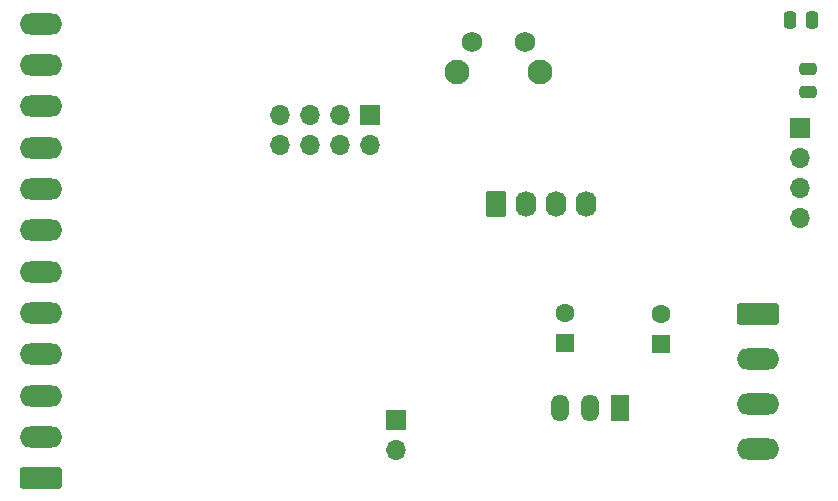
<source format=gbr>
%TF.GenerationSoftware,KiCad,Pcbnew,6.0.2+dfsg-1*%
%TF.CreationDate,2022-06-15T14:05:09+02:00*%
%TF.ProjectId,accra_A,61636372-615f-4412-9e6b-696361645f70,rev?*%
%TF.SameCoordinates,Original*%
%TF.FileFunction,Soldermask,Bot*%
%TF.FilePolarity,Negative*%
%FSLAX46Y46*%
G04 Gerber Fmt 4.6, Leading zero omitted, Abs format (unit mm)*
G04 Created by KiCad (PCBNEW 6.0.2+dfsg-1) date 2022-06-15 14:05:09*
%MOMM*%
%LPD*%
G01*
G04 APERTURE LIST*
G04 Aperture macros list*
%AMRoundRect*
0 Rectangle with rounded corners*
0 $1 Rounding radius*
0 $2 $3 $4 $5 $6 $7 $8 $9 X,Y pos of 4 corners*
0 Add a 4 corners polygon primitive as box body*
4,1,4,$2,$3,$4,$5,$6,$7,$8,$9,$2,$3,0*
0 Add four circle primitives for the rounded corners*
1,1,$1+$1,$2,$3*
1,1,$1+$1,$4,$5*
1,1,$1+$1,$6,$7*
1,1,$1+$1,$8,$9*
0 Add four rect primitives between the rounded corners*
20,1,$1+$1,$2,$3,$4,$5,0*
20,1,$1+$1,$4,$5,$6,$7,0*
20,1,$1+$1,$6,$7,$8,$9,0*
20,1,$1+$1,$8,$9,$2,$3,0*%
G04 Aperture macros list end*
%ADD10RoundRect,0.250000X1.550000X-0.650000X1.550000X0.650000X-1.550000X0.650000X-1.550000X-0.650000X0*%
%ADD11O,3.600000X1.800000*%
%ADD12RoundRect,0.250000X-0.620000X-0.845000X0.620000X-0.845000X0.620000X0.845000X-0.620000X0.845000X0*%
%ADD13O,1.740000X2.190000*%
%ADD14R,1.700000X1.700000*%
%ADD15O,1.700000X1.700000*%
%ADD16RoundRect,0.250000X-1.550000X0.650000X-1.550000X-0.650000X1.550000X-0.650000X1.550000X0.650000X0*%
%ADD17RoundRect,0.250000X0.250000X0.475000X-0.250000X0.475000X-0.250000X-0.475000X0.250000X-0.475000X0*%
%ADD18RoundRect,0.250000X-0.475000X0.250000X-0.475000X-0.250000X0.475000X-0.250000X0.475000X0.250000X0*%
%ADD19R,1.500000X2.300000*%
%ADD20O,1.500000X2.300000*%
%ADD21C,2.100000*%
%ADD22C,1.750000*%
%ADD23R,1.600000X1.600000*%
%ADD24C,1.600000*%
G04 APERTURE END LIST*
D10*
%TO.C,J4*%
X117985000Y-124232500D03*
D11*
X117985000Y-120732500D03*
X117985000Y-117232500D03*
X117985000Y-113732500D03*
X117985000Y-110232500D03*
X117985000Y-106732500D03*
X117985000Y-103232500D03*
X117985000Y-99732500D03*
X117985000Y-96232500D03*
X117985000Y-92732500D03*
X117985000Y-89232500D03*
X117985000Y-85732500D03*
%TD*%
D12*
%TO.C,J5*%
X156500000Y-101000000D03*
D13*
X159040000Y-101000000D03*
X161580000Y-101000000D03*
X164120000Y-101000000D03*
%TD*%
D14*
%TO.C,J3*%
X145825000Y-93475000D03*
D15*
X145825000Y-96015000D03*
X143285000Y-93475000D03*
X143285000Y-96015000D03*
X140745000Y-93475000D03*
X140745000Y-96015000D03*
X138205000Y-93475000D03*
X138205000Y-96015000D03*
%TD*%
D14*
%TO.C,J2*%
X182200000Y-94600000D03*
D15*
X182200000Y-97140000D03*
X182200000Y-99680000D03*
X182200000Y-102220000D03*
%TD*%
D16*
%TO.C,J1*%
X178657500Y-110302500D03*
D11*
X178657500Y-114112500D03*
X178657500Y-117922500D03*
X178657500Y-121732500D03*
%TD*%
D17*
%TO.C,C7*%
X183250000Y-85450000D03*
X181350000Y-85450000D03*
%TD*%
D18*
%TO.C,C6*%
X182900000Y-89600000D03*
X182900000Y-91500000D03*
%TD*%
D14*
%TO.C,JP1*%
X148000000Y-119325000D03*
D15*
X148000000Y-121865000D03*
%TD*%
D19*
%TO.C,U1*%
X166947000Y-118292500D03*
D20*
X164407000Y-118292500D03*
X161867000Y-118292500D03*
%TD*%
D21*
%TO.C,SW1*%
X153225000Y-89802500D03*
X160235000Y-89802500D03*
D22*
X154475000Y-87312500D03*
X158975000Y-87312500D03*
%TD*%
D23*
%TO.C,C2*%
X162300000Y-112732380D03*
D24*
X162300000Y-110232380D03*
%TD*%
D23*
%TO.C,C1*%
X170500000Y-112832380D03*
D24*
X170500000Y-110332380D03*
%TD*%
M02*

</source>
